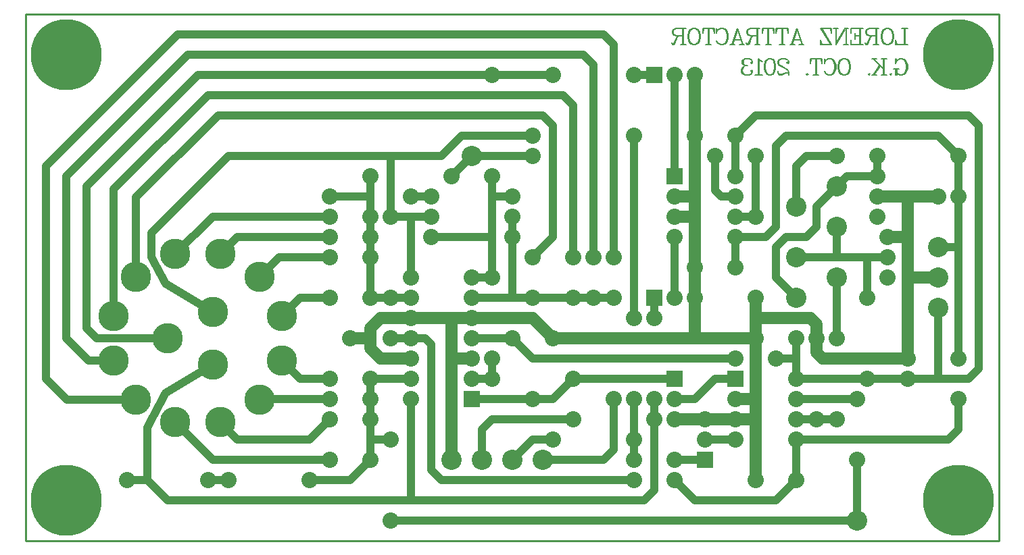
<source format=gbl>
%FSLAX23Y23*%
%MOIN*%
G70*
G01*
G75*
%ADD10C,0.100*%
%ADD11R,0.080X0.080*%
%ADD12C,0.080*%
%ADD13C,0.150*%
%ADD14C,0.350*%
%ADD15C,0.010*%
%ADD16C,0.040*%
%ADD17C,0.060*%
%ADD18C,0.008*%
D10*
X9695Y7095D02*
D03*
X9845D02*
D03*
X9995D02*
D03*
X10145D02*
D03*
X12095Y8145D02*
D03*
Y7995D02*
D03*
Y7845D02*
D03*
X11695Y6795D02*
D03*
X9795Y8595D02*
D03*
X11595Y7995D02*
D03*
X11395Y8095D02*
D03*
Y7895D02*
D03*
X11595Y8445D02*
D03*
Y8245D02*
D03*
X11395Y8345D02*
D03*
D11*
X10795Y7495D02*
D03*
X10945Y7095D02*
D03*
X10695Y8995D02*
D03*
Y7895D02*
D03*
X11095Y7495D02*
D03*
X9795Y7395D02*
D03*
X10795Y8495D02*
D03*
D12*
Y7395D02*
D03*
Y7295D02*
D03*
X10945D02*
D03*
Y7195D02*
D03*
X10795Y8995D02*
D03*
X10895D02*
D03*
Y7895D02*
D03*
X10795D02*
D03*
X10095Y8095D02*
D03*
Y7895D02*
D03*
X9295D02*
D03*
X9095D02*
D03*
Y7095D02*
D03*
X9295D02*
D03*
X12195Y8395D02*
D03*
X12095D02*
D03*
X11945Y7495D02*
D03*
Y7595D02*
D03*
X11845Y7995D02*
D03*
Y8195D02*
D03*
Y8095D02*
D03*
X11795Y8395D02*
D03*
Y8495D02*
D03*
Y8295D02*
D03*
X11095Y7395D02*
D03*
Y7295D02*
D03*
Y7195D02*
D03*
X11395D02*
D03*
Y7295D02*
D03*
Y7395D02*
D03*
Y7495D02*
D03*
X9495Y7395D02*
D03*
Y7495D02*
D03*
Y7595D02*
D03*
Y7695D02*
D03*
Y7795D02*
D03*
Y7895D02*
D03*
Y7995D02*
D03*
X9795D02*
D03*
Y7895D02*
D03*
Y7795D02*
D03*
Y7695D02*
D03*
Y7595D02*
D03*
Y7495D02*
D03*
X9095D02*
D03*
X9295D02*
D03*
X12195Y8595D02*
D03*
X11795D02*
D03*
X11595Y7295D02*
D03*
Y7695D02*
D03*
X11495Y7295D02*
D03*
Y7695D02*
D03*
X11195Y8595D02*
D03*
X11595D02*
D03*
X11195Y7895D02*
D03*
Y8295D02*
D03*
X11745Y7895D02*
D03*
Y7495D02*
D03*
X11095Y8295D02*
D03*
X10795Y8195D02*
D03*
X9995D02*
D03*
X9595D02*
D03*
X9995Y7695D02*
D03*
X10195D02*
D03*
X10895Y8045D02*
D03*
X11095D02*
D03*
Y8695D02*
D03*
X10895D02*
D03*
X11195Y6995D02*
D03*
X11395D02*
D03*
X10495Y8095D02*
D03*
Y7895D02*
D03*
X9095Y8095D02*
D03*
X9295D02*
D03*
X9095Y8195D02*
D03*
X9295D02*
D03*
X9095Y8295D02*
D03*
X9295D02*
D03*
X9095Y7295D02*
D03*
X9295D02*
D03*
X9095Y7395D02*
D03*
X9295D02*
D03*
X10595Y7195D02*
D03*
X10195D02*
D03*
X10095Y7395D02*
D03*
X10495D02*
D03*
X10295Y7495D02*
D03*
X9895D02*
D03*
Y7595D02*
D03*
Y7995D02*
D03*
X9995Y8295D02*
D03*
X9595D02*
D03*
X9295Y8495D02*
D03*
X9695D02*
D03*
X8095Y6995D02*
D03*
X8495D02*
D03*
X8595D02*
D03*
X8995D02*
D03*
X9395Y7195D02*
D03*
Y6795D02*
D03*
X10795Y8395D02*
D03*
Y8295D02*
D03*
X11095Y8195D02*
D03*
Y8395D02*
D03*
Y8495D02*
D03*
X10695Y7295D02*
D03*
X10295D02*
D03*
X9195Y7695D02*
D03*
X9395D02*
D03*
X10295Y8095D02*
D03*
Y7895D02*
D03*
X9395Y8295D02*
D03*
Y7895D02*
D03*
X9595Y8395D02*
D03*
X9995D02*
D03*
X10395Y8095D02*
D03*
Y7895D02*
D03*
X11395Y7695D02*
D03*
X11195D02*
D03*
X9095Y8395D02*
D03*
X9495D02*
D03*
X12195Y7395D02*
D03*
Y7595D02*
D03*
X11695Y7395D02*
D03*
Y7095D02*
D03*
X10595D02*
D03*
X10795D02*
D03*
X9895Y8995D02*
D03*
Y8495D02*
D03*
X10095Y8595D02*
D03*
X10995D02*
D03*
X10595Y8995D02*
D03*
X10195D02*
D03*
X10095Y8695D02*
D03*
X10595D02*
D03*
X10695Y7795D02*
D03*
Y7395D02*
D03*
X10595D02*
D03*
Y6995D02*
D03*
X11095Y7595D02*
D03*
X11295D02*
D03*
X10595Y7795D02*
D03*
X10795Y6995D02*
D03*
D13*
X8556Y7280D02*
D03*
X8860Y7806D02*
D03*
X8556Y8110D02*
D03*
X8749Y7999D02*
D03*
X8334Y8110D02*
D03*
X8141Y7999D02*
D03*
X8334Y7280D02*
D03*
X8141Y7391D02*
D03*
X8860Y7584D02*
D03*
X8749Y7391D02*
D03*
X8030Y7806D02*
D03*
Y7584D02*
D03*
X8520Y7565D02*
D03*
X8295Y7695D02*
D03*
X8520Y7825D02*
D03*
D14*
X12195Y6895D02*
D03*
Y9095D02*
D03*
X7795Y6895D02*
D03*
Y9095D02*
D03*
D15*
X7595Y6695D02*
X12395D01*
X7595D02*
Y9295D01*
X12395D01*
Y6695D02*
Y9295D01*
D16*
X12245Y7495D02*
X12295Y7545D01*
X12195Y7245D02*
Y7395D01*
X11395Y7195D02*
X12145D01*
X12195Y7245D01*
X11395Y8095D02*
X11845D01*
X11745Y7895D02*
Y8095D01*
X11595D02*
Y8245D01*
X11395Y7495D02*
Y7695D01*
X11295Y7595D02*
X11395D01*
X11245Y8195D02*
X11295Y8245D01*
X11095Y8195D02*
X11245D01*
X11195Y8295D02*
Y8595D01*
X11445D02*
X11595D01*
X11395Y8545D02*
X11445Y8595D01*
X11395Y8345D02*
Y8545D01*
X11295Y7995D02*
Y8145D01*
X11345Y8195D01*
X11445D01*
X11495Y8245D01*
Y8345D01*
X11295Y7995D02*
X11395Y7895D01*
X11595Y7695D02*
Y7995D01*
X11395Y7395D02*
X11695D01*
X11395Y7295D02*
X11595D01*
X11095Y8295D02*
X11195D01*
X10795Y8495D02*
Y8995D01*
X8445D02*
X10195D01*
X9895Y7995D02*
Y8495D01*
Y8395D02*
X9995D01*
X9595Y8195D02*
X9895D01*
X10595Y8995D02*
X10695D01*
X10995Y8425D02*
Y8595D01*
X8595D02*
X9645D01*
X10595Y7095D02*
Y7395D01*
X9395Y8295D02*
Y8595D01*
X10795Y7095D02*
X10945D01*
X10095Y7595D02*
X11095D01*
X10995Y7495D02*
X11095D01*
X10895Y7395D02*
X10995Y7495D01*
X10795Y7395D02*
X10895D01*
X10945Y7195D02*
X11095D01*
X9795Y7395D02*
X10195D01*
X10295Y7495D02*
X10795D01*
X10995Y8425D02*
X11025Y8395D01*
X11095D01*
X10695Y6945D02*
Y7395D01*
X8295Y6895D02*
X10645D01*
X9495D02*
Y7395D01*
X10695Y7795D02*
Y7895D01*
X10795D02*
Y8195D01*
X10895Y7895D02*
Y8045D01*
X10595Y7795D02*
Y8695D01*
X9995Y7895D02*
Y8295D01*
X9795Y7895D02*
X10495D01*
X9295Y7495D02*
X9495D01*
X9795Y7695D02*
X9995D01*
X8556Y7280D02*
X8641Y7195D01*
X8860Y7806D02*
X8949Y7895D01*
X8749Y7999D02*
X8845Y8095D01*
X8556Y8110D02*
X8641Y8195D01*
X8334Y8110D02*
X8519Y8295D01*
X8215Y8095D02*
Y8215D01*
Y8095D02*
X8285Y7965D01*
X8520Y7825D01*
X8285Y7425D02*
X8520Y7565D01*
X9795Y7495D02*
X9895D01*
X7945Y7695D02*
X8295D01*
X7895Y7745D02*
X7945Y7695D01*
X9495Y7995D02*
Y8295D01*
X9395D02*
X9595D01*
X9495Y8395D02*
X9595D01*
X9295Y7895D02*
X9495D01*
X9295D02*
Y8495D01*
X9095Y8395D02*
X9295D01*
X8215Y8215D02*
X8595Y8595D01*
X7906Y7584D02*
X8030D01*
X7795Y7695D02*
X7906Y7584D01*
X7799Y7391D02*
X8141D01*
X7695Y7495D02*
X7799Y7391D01*
X9795Y7995D02*
X9895D01*
X9695Y8495D02*
X9795Y8595D01*
X8334Y7280D02*
X8519Y7095D01*
X9895Y7495D02*
Y7595D01*
X9645Y8595D02*
X9745Y8695D01*
X10445Y9195D02*
X10495Y9145D01*
Y8095D02*
Y9145D01*
X10345Y9095D02*
X10395Y9045D01*
Y8095D02*
Y9045D01*
X10295Y8095D02*
Y8845D01*
X10245Y8895D02*
X10295Y8845D01*
X10095Y8095D02*
X10195Y8195D01*
Y8745D01*
X10145Y8795D02*
X10195Y8745D01*
X9745Y8695D02*
X10095D01*
X9795Y8595D02*
X10095D01*
X7695Y8545D02*
X8345Y9195D01*
X7695Y7495D02*
Y8545D01*
X7795Y8495D02*
X8395Y9095D01*
X7795Y7695D02*
Y8495D01*
X7895Y8445D02*
X8445Y8995D01*
X7895Y7745D02*
Y8445D01*
X8030Y8430D02*
X8495Y8895D01*
X8030Y7806D02*
Y8430D01*
X8141Y8391D02*
X8545Y8795D01*
X8141Y7999D02*
Y8391D01*
X9565Y7695D02*
X9595Y7665D01*
X8995Y6995D02*
X9195D01*
X9295Y7095D01*
Y7195D02*
X9395D01*
X9295Y7095D02*
Y7495D01*
X9595Y7045D02*
X9645Y6995D01*
X9595Y7045D02*
Y7665D01*
X9645Y6995D02*
X10595D01*
X9995Y7695D02*
X10095Y7595D01*
X10645Y6895D02*
X10695Y6945D01*
X10195Y7395D02*
X10295Y7495D01*
X10495Y7145D02*
Y7395D01*
X10445Y7095D02*
X10495Y7145D01*
X9845Y7095D02*
Y7245D01*
X9895Y7295D01*
X10295D01*
X9995Y7095D02*
X10095Y7195D01*
X10145Y7095D02*
X10445D01*
X8949Y7895D02*
X9095D01*
X8845Y8095D02*
X9095D01*
X8641Y8195D02*
X9095D01*
X8519Y8295D02*
X9095D01*
X8545Y8795D02*
X10145D01*
X8495Y8895D02*
X10245D01*
X8395Y9095D02*
X10345D01*
X8345Y9195D02*
X10445D01*
X8519Y7095D02*
X9095D01*
X8995Y7195D02*
X9095Y7295D01*
X8645Y7195D02*
X8995D01*
X8753Y7395D02*
X9095D01*
X8749Y7391D02*
X8753Y7395D01*
X8949Y7495D02*
X9095D01*
X8860Y7584D02*
X8949Y7495D01*
X8095Y6995D02*
X8195D01*
X8295Y6895D01*
X8195Y7255D02*
X8285Y7425D01*
X8195Y6995D02*
Y7255D01*
X8495Y6995D02*
X8595D01*
X9395Y6795D02*
X11695D01*
Y7095D01*
X11645Y8495D02*
X11795D01*
X11295Y8245D02*
Y8645D01*
X11345Y8695D01*
X12095D01*
Y8145D02*
X12195D01*
X12095Y8695D02*
X12195Y8595D01*
Y7595D02*
Y8595D01*
X11195Y8795D02*
X12245D01*
X11095Y8495D02*
Y8695D01*
X11195Y8795D01*
X12095Y7495D02*
Y7845D01*
X12295Y7545D02*
Y8745D01*
X12245Y8795D02*
X12295Y8745D01*
X11395Y7495D02*
X12245D01*
X11795Y8495D02*
Y8595D01*
X11495Y8345D02*
X11645Y8495D01*
X11095Y8045D02*
Y8195D01*
X10795Y6995D02*
X10895Y6895D01*
X11295D01*
X11395Y6995D01*
X9395Y7695D02*
X9565D01*
X11395Y6995D02*
Y7195D01*
X10095D02*
X10195D01*
D17*
X11525Y7595D02*
X11945D01*
X11495Y7625D02*
X11525Y7595D01*
X11465Y7795D02*
X11495Y7765D01*
X10895Y7695D02*
Y8995D01*
X10195Y7695D02*
X11195D01*
X10795Y8395D02*
X10895D01*
X10795Y8295D02*
X10895D01*
X10095Y7795D02*
X10195Y7695D01*
X9295Y7745D02*
X9345Y7795D01*
X9295Y7645D02*
X9345Y7595D01*
X9495D01*
X9695D02*
X9795D01*
X9195Y7695D02*
X9295D01*
X9695Y7095D02*
Y7795D01*
X9295Y7645D02*
Y7745D01*
X9345Y7795D02*
X10095D01*
X11845Y8195D02*
X11945D01*
Y7995D02*
X12095D01*
X11945Y7595D02*
Y8395D01*
X11795D02*
X12095D01*
X11095Y7395D02*
X11195D01*
Y7795D02*
X11465D01*
X10795Y7295D02*
X11195D01*
Y6995D02*
Y7895D01*
X11495Y7625D02*
Y7765D01*
D18*
X11892Y9064D02*
X11888Y9052D01*
Y9075D01*
X11892Y9064D01*
X11899Y9071D01*
X11911Y9075D01*
X11918D01*
X11930Y9071D01*
X11937Y9064D01*
X11941Y9056D01*
X11945Y9045D01*
Y9025D01*
X11941Y9014D01*
X11937Y9006D01*
X11930Y8999D01*
X11918Y8995D01*
X11911D01*
X11899Y8999D01*
X11892Y9006D01*
X11918Y9075D02*
X11926Y9071D01*
X11934Y9064D01*
X11937Y9056D01*
X11941Y9045D01*
Y9025D01*
X11937Y9014D01*
X11934Y9006D01*
X11926Y8999D01*
X11918Y8995D01*
X11892Y9025D02*
Y8995D01*
X11888Y9025D02*
Y8995D01*
X11903Y9025D02*
X11876D01*
X11862Y9003D02*
X11866Y8999D01*
X11862Y8995D01*
X11859Y8999D01*
X11862Y9003D01*
X11831Y9075D02*
Y8995D01*
X11827Y9075D02*
Y8995D01*
X11777Y9075D02*
X11827Y9025D01*
X11808Y9041D02*
X11777Y8995D01*
X11812Y9041D02*
X11781Y8995D01*
X11842Y9075D02*
X11816D01*
X11793D02*
X11770D01*
X11842Y8995D02*
X11816D01*
X11793D02*
X11770D01*
X11756Y9003D02*
X11760Y8999D01*
X11756Y8995D01*
X11752Y8999D01*
X11756Y9003D01*
X11637Y9075D02*
X11649Y9071D01*
X11656Y9064D01*
X11660Y9056D01*
X11664Y9041D01*
Y9029D01*
X11660Y9014D01*
X11656Y9006D01*
X11649Y8999D01*
X11637Y8995D01*
X11630D01*
X11618Y8999D01*
X11611Y9006D01*
X11607Y9014D01*
X11603Y9029D01*
Y9041D01*
X11607Y9056D01*
X11611Y9064D01*
X11618Y9071D01*
X11630Y9075D01*
X11637D01*
X11645Y9071D01*
X11652Y9064D01*
X11656Y9056D01*
X11660Y9041D01*
Y9029D01*
X11656Y9014D01*
X11652Y9006D01*
X11645Y8999D01*
X11637Y8995D01*
X11630D02*
X11622Y8999D01*
X11614Y9006D01*
X11611Y9014D01*
X11607Y9029D01*
Y9041D01*
X11611Y9056D01*
X11614Y9064D01*
X11622Y9071D01*
X11630Y9075D01*
X11539Y9064D02*
X11535Y9052D01*
Y9075D01*
X11539Y9064D01*
X11546Y9071D01*
X11558Y9075D01*
X11565D01*
X11577Y9071D01*
X11584Y9064D01*
X11588Y9056D01*
X11592Y9045D01*
Y9025D01*
X11588Y9014D01*
X11584Y9006D01*
X11577Y8999D01*
X11565Y8995D01*
X11558D01*
X11546Y8999D01*
X11539Y9006D01*
X11535Y9014D01*
X11565Y9075D02*
X11573Y9071D01*
X11581Y9064D01*
X11584Y9056D01*
X11588Y9045D01*
Y9025D01*
X11584Y9014D01*
X11581Y9006D01*
X11573Y8999D01*
X11565Y8995D01*
X11497Y9075D02*
Y8995D01*
X11493Y9075D02*
Y8995D01*
X11520Y9075D02*
X11523Y9052D01*
Y9075D01*
X11466D01*
Y9052D01*
X11470Y9075D01*
X11508Y8995D02*
X11481D01*
X11451Y9003D02*
X11455Y8999D01*
X11451Y8995D01*
X11447Y8999D01*
X11451Y9003D01*
X11355Y9060D02*
X11351Y9056D01*
X11355Y9052D01*
X11359Y9056D01*
Y9060D01*
X11355Y9067D01*
X11351Y9071D01*
X11340Y9075D01*
X11325D01*
X11313Y9071D01*
X11309Y9067D01*
X11306Y9060D01*
Y9052D01*
X11309Y9045D01*
X11321Y9037D01*
X11340Y9029D01*
X11347Y9025D01*
X11355Y9018D01*
X11359Y9006D01*
Y8995D01*
X11325Y9075D02*
X11317Y9071D01*
X11313Y9067D01*
X11309Y9060D01*
Y9052D01*
X11313Y9045D01*
X11325Y9037D01*
X11340Y9029D01*
X11359Y9003D02*
X11355Y9006D01*
X11347D01*
X11328Y8999D01*
X11317D01*
X11309Y9003D01*
X11306Y9006D01*
Y9014D01*
X11347Y9006D02*
X11328Y8995D01*
X11313D01*
X11309Y8999D01*
X11306Y9006D01*
X11271Y9075D02*
X11282Y9071D01*
X11290Y9060D01*
X11294Y9041D01*
Y9029D01*
X11290Y9010D01*
X11282Y8999D01*
X11271Y8995D01*
X11263D01*
X11252Y8999D01*
X11244Y9010D01*
X11240Y9029D01*
Y9041D01*
X11244Y9060D01*
X11252Y9071D01*
X11263Y9075D01*
X11271D01*
X11278Y9071D01*
X11282Y9067D01*
X11286Y9060D01*
X11290Y9041D01*
Y9029D01*
X11286Y9010D01*
X11282Y9003D01*
X11278Y8999D01*
X11271Y8995D01*
X11263D02*
X11256Y8999D01*
X11252Y9003D01*
X11248Y9010D01*
X11244Y9029D01*
Y9041D01*
X11248Y9060D01*
X11252Y9067D01*
X11256Y9071D01*
X11263Y9075D01*
X11229Y9060D02*
X11221Y9064D01*
X11210Y9075D01*
Y8995D01*
X11213Y9071D02*
Y8995D01*
X11229D02*
X11194D01*
X11177Y9060D02*
X11173Y9056D01*
X11177Y9052D01*
X11181Y9056D01*
Y9060D01*
X11177Y9067D01*
X11173Y9071D01*
X11162Y9075D01*
X11146D01*
X11135Y9071D01*
X11131Y9064D01*
Y9052D01*
X11135Y9045D01*
X11146Y9041D01*
X11158D01*
X11146Y9075D02*
X11139Y9071D01*
X11135Y9064D01*
Y9052D01*
X11139Y9045D01*
X11146Y9041D01*
X11139Y9037D01*
X11131Y9029D01*
X11127Y9022D01*
Y9010D01*
X11131Y9003D01*
X11135Y8999D01*
X11146Y8995D01*
X11162D01*
X11173Y8999D01*
X11177Y9003D01*
X11181Y9010D01*
Y9014D01*
X11177Y9018D01*
X11173Y9014D01*
X11177Y9010D01*
X11135Y9033D02*
X11131Y9022D01*
Y9010D01*
X11135Y9003D01*
X11139Y8999D01*
X11146Y8995D01*
X11934Y9225D02*
Y9145D01*
X11930Y9225D02*
Y9145D01*
X11945Y9225D02*
X11918D01*
X11945Y9145D02*
X11888D01*
Y9168D01*
X11892Y9145D01*
X11850Y9225D02*
X11861Y9221D01*
X11869Y9214D01*
X11873Y9206D01*
X11876Y9191D01*
Y9179D01*
X11873Y9164D01*
X11869Y9156D01*
X11861Y9149D01*
X11850Y9145D01*
X11842D01*
X11831Y9149D01*
X11823Y9156D01*
X11819Y9164D01*
X11816Y9179D01*
Y9191D01*
X11819Y9206D01*
X11823Y9214D01*
X11831Y9221D01*
X11842Y9225D01*
X11850D01*
X11857Y9221D01*
X11865Y9214D01*
X11869Y9206D01*
X11873Y9191D01*
Y9179D01*
X11869Y9164D01*
X11865Y9156D01*
X11857Y9149D01*
X11850Y9145D01*
X11842D02*
X11835Y9149D01*
X11827Y9156D01*
X11823Y9164D01*
X11819Y9179D01*
Y9191D01*
X11823Y9206D01*
X11827Y9214D01*
X11835Y9221D01*
X11842Y9225D01*
X11793D02*
Y9145D01*
X11789Y9225D02*
Y9145D01*
X11804Y9225D02*
X11759D01*
X11747Y9221D01*
X11744Y9217D01*
X11740Y9210D01*
Y9202D01*
X11744Y9195D01*
X11747Y9191D01*
X11759Y9187D01*
X11789D01*
X11759Y9225D02*
X11751Y9221D01*
X11747Y9217D01*
X11744Y9210D01*
Y9202D01*
X11747Y9195D01*
X11751Y9191D01*
X11759Y9187D01*
X11804Y9145D02*
X11778D01*
X11770Y9187D02*
X11763Y9183D01*
X11759Y9179D01*
X11747Y9153D01*
X11744Y9149D01*
X11740D01*
X11736Y9153D01*
X11763Y9183D02*
X11759Y9175D01*
X11751Y9149D01*
X11747Y9145D01*
X11740D01*
X11736Y9153D01*
Y9156D01*
X11714Y9225D02*
Y9145D01*
X11710Y9225D02*
Y9145D01*
X11688Y9202D02*
Y9172D01*
X11726Y9225D02*
X11665D01*
Y9202D01*
X11668Y9225D01*
X11710Y9187D02*
X11688D01*
X11726Y9145D02*
X11665D01*
Y9168D01*
X11668Y9145D01*
X11642Y9225D02*
Y9145D01*
X11638Y9225D02*
X11593Y9153D01*
X11638Y9217D02*
X11593Y9145D01*
Y9225D02*
Y9145D01*
X11654Y9225D02*
X11638D01*
X11604D02*
X11581D01*
X11654Y9145D02*
X11631D01*
X11522Y9225D02*
X11571Y9145D01*
X11518Y9225D02*
X11568Y9145D01*
Y9225D02*
X11571Y9202D01*
Y9225D01*
X11518D01*
X11571Y9145D02*
X11518D01*
Y9168D01*
X11522Y9145D01*
X11400Y9225D02*
X11427Y9145D01*
X11400Y9225D02*
X11373Y9145D01*
X11400Y9214D02*
X11377Y9145D01*
X11419Y9168D02*
X11385D01*
X11434Y9145D02*
X11411D01*
X11389D02*
X11366D01*
X11329Y9225D02*
Y9145D01*
X11325Y9225D02*
Y9145D01*
X11352Y9225D02*
X11355Y9202D01*
Y9225D01*
X11298D01*
Y9202D01*
X11302Y9225D01*
X11340Y9145D02*
X11314D01*
X11260Y9225D02*
Y9145D01*
X11256Y9225D02*
Y9145D01*
X11283Y9225D02*
X11287Y9202D01*
Y9225D01*
X11230D01*
Y9202D01*
X11234Y9225D01*
X11272Y9145D02*
X11245D01*
X11207Y9225D02*
Y9145D01*
X11203Y9225D02*
Y9145D01*
X11218Y9225D02*
X11173D01*
X11161Y9221D01*
X11157Y9217D01*
X11154Y9210D01*
Y9202D01*
X11157Y9195D01*
X11161Y9191D01*
X11173Y9187D01*
X11203D01*
X11173Y9225D02*
X11165Y9221D01*
X11161Y9217D01*
X11157Y9210D01*
Y9202D01*
X11161Y9195D01*
X11165Y9191D01*
X11173Y9187D01*
X11218Y9145D02*
X11192D01*
X11184Y9187D02*
X11176Y9183D01*
X11173Y9179D01*
X11161Y9153D01*
X11157Y9149D01*
X11154D01*
X11150Y9153D01*
X11176Y9183D02*
X11173Y9175D01*
X11165Y9149D01*
X11161Y9145D01*
X11154D01*
X11150Y9153D01*
Y9156D01*
X11105Y9225D02*
X11132Y9145D01*
X11105Y9225D02*
X11079Y9145D01*
X11105Y9214D02*
X11082Y9145D01*
X11124Y9168D02*
X11090D01*
X11139Y9145D02*
X11117D01*
X11094D02*
X11071D01*
X11007Y9214D02*
X11003Y9202D01*
Y9225D01*
X11007Y9214D01*
X11015Y9221D01*
X11026Y9225D01*
X11034D01*
X11045Y9221D01*
X11053Y9214D01*
X11057Y9206D01*
X11061Y9195D01*
Y9175D01*
X11057Y9164D01*
X11053Y9156D01*
X11045Y9149D01*
X11034Y9145D01*
X11026D01*
X11015Y9149D01*
X11007Y9156D01*
X11003Y9164D01*
X11034Y9225D02*
X11042Y9221D01*
X11049Y9214D01*
X11053Y9206D01*
X11057Y9195D01*
Y9175D01*
X11053Y9164D01*
X11049Y9156D01*
X11042Y9149D01*
X11034Y9145D01*
X10965Y9225D02*
Y9145D01*
X10962Y9225D02*
Y9145D01*
X10988Y9225D02*
X10992Y9202D01*
Y9225D01*
X10935D01*
Y9202D01*
X10939Y9225D01*
X10977Y9145D02*
X10950D01*
X10897Y9225D02*
X10908Y9221D01*
X10916Y9214D01*
X10920Y9206D01*
X10924Y9191D01*
Y9179D01*
X10920Y9164D01*
X10916Y9156D01*
X10908Y9149D01*
X10897Y9145D01*
X10889D01*
X10878Y9149D01*
X10870Y9156D01*
X10866Y9164D01*
X10863Y9179D01*
Y9191D01*
X10866Y9206D01*
X10870Y9214D01*
X10878Y9221D01*
X10889Y9225D01*
X10897D01*
X10904Y9221D01*
X10912Y9214D01*
X10916Y9206D01*
X10920Y9191D01*
Y9179D01*
X10916Y9164D01*
X10912Y9156D01*
X10904Y9149D01*
X10897Y9145D01*
X10889D02*
X10882Y9149D01*
X10874Y9156D01*
X10870Y9164D01*
X10866Y9179D01*
Y9191D01*
X10870Y9206D01*
X10874Y9214D01*
X10882Y9221D01*
X10889Y9225D01*
X10840D02*
Y9145D01*
X10836Y9225D02*
Y9145D01*
X10852Y9225D02*
X10806D01*
X10794Y9221D01*
X10791Y9217D01*
X10787Y9210D01*
Y9202D01*
X10791Y9195D01*
X10794Y9191D01*
X10806Y9187D01*
X10836D01*
X10806Y9225D02*
X10798Y9221D01*
X10794Y9217D01*
X10791Y9210D01*
Y9202D01*
X10794Y9195D01*
X10798Y9191D01*
X10806Y9187D01*
X10852Y9145D02*
X10825D01*
X10817Y9187D02*
X10810Y9183D01*
X10806Y9179D01*
X10794Y9153D01*
X10791Y9149D01*
X10787D01*
X10783Y9153D01*
X10810Y9183D02*
X10806Y9175D01*
X10798Y9149D01*
X10794Y9145D01*
X10787D01*
X10783Y9153D01*
Y9156D01*
M02*

</source>
